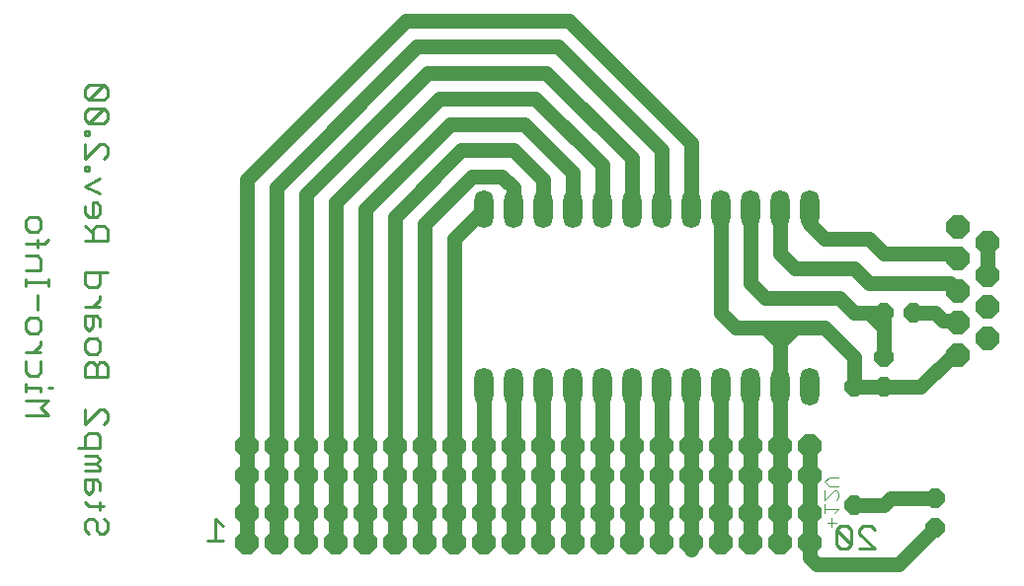
<source format=gbr>
G75*
G70*
%OFA0B0*%
%FSLAX24Y24*%
%IPPOS*%
%LPD*%
%AMOC8*
5,1,8,0,0,1.08239X$1,22.5*
%
%ADD10C,0.0040*%
%ADD11C,0.0100*%
%ADD12OC8,0.0640*%
%ADD13OC8,0.0800*%
%ADD14O,0.0640X0.1280*%
%ADD15C,0.0500*%
D10*
X029998Y004762D02*
X030305Y004762D01*
X030151Y004608D02*
X030151Y004915D01*
X030228Y005069D02*
X030382Y005222D01*
X029921Y005222D01*
X029921Y005069D02*
X029921Y005376D01*
X029921Y005529D02*
X030228Y005836D01*
X030305Y005836D01*
X030382Y005759D01*
X030382Y005606D01*
X030305Y005529D01*
X029921Y005529D02*
X029921Y005836D01*
X030075Y005989D02*
X029921Y006143D01*
X030075Y006296D01*
X030382Y006296D01*
X030382Y005989D02*
X030075Y005989D01*
D11*
X005078Y004388D02*
X004951Y004515D01*
X004951Y004769D01*
X005078Y004895D01*
X005205Y004895D01*
X005331Y004769D01*
X005331Y004515D01*
X005458Y004388D01*
X005585Y004388D01*
X005712Y004515D01*
X005712Y004769D01*
X005585Y004895D01*
X005458Y005180D02*
X005458Y005434D01*
X005585Y005307D02*
X005078Y005307D01*
X004951Y005434D01*
X005078Y005708D02*
X005205Y005835D01*
X005205Y006215D01*
X005331Y006215D02*
X004951Y006215D01*
X004951Y005835D01*
X005078Y005708D01*
X005458Y005835D02*
X005458Y006088D01*
X005331Y006215D01*
X005458Y006500D02*
X004951Y006500D01*
X004951Y006753D02*
X005331Y006753D01*
X005458Y006880D01*
X005331Y007007D01*
X004951Y007007D01*
X004951Y007292D02*
X004951Y007672D01*
X005078Y007799D01*
X005331Y007799D01*
X005458Y007672D01*
X005458Y007292D01*
X004698Y007292D01*
X005331Y006753D02*
X005458Y006627D01*
X005458Y006500D01*
X005585Y008084D02*
X005712Y008210D01*
X005712Y008464D01*
X005585Y008591D01*
X005458Y008591D01*
X004951Y008084D01*
X004951Y008591D01*
X003712Y008388D02*
X003458Y008642D01*
X003712Y008895D01*
X002951Y008895D01*
X002951Y009180D02*
X002951Y009434D01*
X002951Y009307D02*
X003458Y009307D01*
X003458Y009180D01*
X003712Y009307D02*
X003839Y009307D01*
X003331Y009708D02*
X003078Y009708D01*
X002951Y009835D01*
X002951Y010215D01*
X002951Y010500D02*
X003458Y010500D01*
X003205Y010500D02*
X003458Y010753D01*
X003458Y010880D01*
X003331Y011160D02*
X003078Y011160D01*
X002951Y011287D01*
X002951Y011540D01*
X003078Y011667D01*
X003331Y011667D01*
X003458Y011540D01*
X003458Y011287D01*
X003331Y011160D01*
X003331Y011952D02*
X003331Y012459D01*
X002951Y012743D02*
X002951Y012997D01*
X002951Y012870D02*
X003712Y012870D01*
X003712Y012743D02*
X003712Y012997D01*
X003458Y013271D02*
X002951Y013271D01*
X003458Y013271D02*
X003458Y013652D01*
X003331Y013778D01*
X002951Y013778D01*
X002951Y014190D02*
X003585Y014190D01*
X003712Y014317D01*
X003331Y014317D02*
X003331Y014063D01*
X003331Y014591D02*
X003078Y014591D01*
X002951Y014718D01*
X002951Y014971D01*
X003078Y015098D01*
X003331Y015098D01*
X003458Y014971D01*
X003458Y014718D01*
X003331Y014591D01*
X004951Y014794D02*
X005205Y014540D01*
X005205Y014667D02*
X005205Y014286D01*
X004951Y014286D02*
X005712Y014286D01*
X005712Y014667D01*
X005585Y014794D01*
X005331Y014794D01*
X005205Y014667D01*
X005205Y015078D02*
X005205Y015585D01*
X005331Y015585D01*
X005458Y015459D01*
X005458Y015205D01*
X005331Y015078D01*
X005078Y015078D01*
X004951Y015205D01*
X004951Y015459D01*
X005458Y015870D02*
X004951Y016124D01*
X005458Y016377D01*
X005078Y016662D02*
X004951Y016662D01*
X004951Y016789D01*
X005078Y016789D01*
X005078Y016662D01*
X004951Y017058D02*
X005458Y017565D01*
X005585Y017565D01*
X005712Y017438D01*
X005712Y017185D01*
X005585Y017058D01*
X004951Y017058D02*
X004951Y017565D01*
X004951Y017850D02*
X004951Y017976D01*
X005078Y017976D01*
X005078Y017850D01*
X004951Y017850D01*
X005078Y018246D02*
X004951Y018372D01*
X004951Y018626D01*
X005078Y018753D01*
X005585Y018753D01*
X005078Y018246D01*
X005585Y018246D01*
X005712Y018372D01*
X005712Y018626D01*
X005585Y018753D01*
X005585Y019037D02*
X005078Y019037D01*
X005585Y019545D01*
X005078Y019545D01*
X004951Y019418D01*
X004951Y019164D01*
X005078Y019037D01*
X005585Y019037D02*
X005712Y019164D01*
X005712Y019418D01*
X005585Y019545D01*
X005712Y013210D02*
X004951Y013210D01*
X004951Y012829D01*
X005078Y012703D01*
X005331Y012703D01*
X005458Y012829D01*
X005458Y013210D01*
X005458Y012423D02*
X005458Y012296D01*
X005205Y012043D01*
X005458Y012043D02*
X004951Y012043D01*
X004951Y011758D02*
X004951Y011378D01*
X005078Y011251D01*
X005205Y011378D01*
X005205Y011758D01*
X005331Y011758D02*
X004951Y011758D01*
X005331Y011758D02*
X005458Y011631D01*
X005458Y011378D01*
X005331Y010966D02*
X005458Y010839D01*
X005458Y010586D01*
X005331Y010459D01*
X005078Y010459D01*
X004951Y010586D01*
X004951Y010839D01*
X005078Y010966D01*
X005331Y010966D01*
X005205Y010174D02*
X005078Y010174D01*
X004951Y010048D01*
X004951Y009667D01*
X005712Y009667D01*
X005712Y010048D01*
X005585Y010174D01*
X005458Y010174D01*
X005331Y010048D01*
X005331Y009667D01*
X005331Y010048D02*
X005205Y010174D01*
X003458Y010215D02*
X003458Y009835D01*
X003331Y009708D01*
X002951Y008388D02*
X003712Y008388D01*
X009348Y004899D02*
X009348Y004138D01*
X009601Y004138D02*
X009094Y004138D01*
X009601Y004645D02*
X009348Y004899D01*
X030302Y004522D02*
X030302Y004015D01*
X030429Y003888D01*
X030683Y003888D01*
X030809Y004015D01*
X030302Y004522D01*
X030429Y004649D01*
X030683Y004649D01*
X030809Y004522D01*
X030809Y004015D01*
X031094Y003888D02*
X031601Y003888D01*
X031094Y004395D01*
X031094Y004522D01*
X031221Y004649D01*
X031474Y004649D01*
X031601Y004522D01*
D12*
X030901Y005338D03*
X033651Y005588D03*
X033651Y004588D03*
X031901Y009338D03*
X030901Y009338D03*
X031901Y010338D03*
X031901Y011838D03*
X032901Y011838D03*
D13*
X034401Y011508D03*
X035401Y010968D03*
X034401Y010428D03*
X035401Y012048D03*
X034401Y012588D03*
X035401Y013128D03*
X034401Y013668D03*
X035401Y014208D03*
X034401Y014748D03*
X029401Y007338D03*
X028401Y007338D03*
X027401Y007338D03*
X026401Y007338D03*
X025401Y007338D03*
X024401Y007338D03*
X023401Y007338D03*
X022401Y007338D03*
X021401Y007338D03*
X020401Y007338D03*
X019401Y007338D03*
X018401Y007338D03*
X017401Y007338D03*
X016401Y007338D03*
X015401Y007338D03*
X014401Y007338D03*
X013401Y007338D03*
X012401Y007338D03*
X011401Y007338D03*
X010401Y007338D03*
X010401Y006338D03*
X011401Y006338D03*
X012401Y006338D03*
X013401Y006338D03*
X014401Y006338D03*
X015401Y006338D03*
X016401Y006338D03*
X017401Y006338D03*
X018401Y006338D03*
X019401Y006338D03*
X020401Y006338D03*
X021401Y006338D03*
X022401Y006338D03*
X023401Y006338D03*
X024401Y006338D03*
X025401Y006338D03*
X026401Y006338D03*
X027401Y006338D03*
X028401Y006338D03*
X029401Y006338D03*
X029401Y005088D03*
X028401Y005088D03*
X027401Y005088D03*
X026401Y005088D03*
X025401Y005088D03*
X024401Y005088D03*
X023401Y005088D03*
X022401Y005088D03*
X021401Y005088D03*
X020401Y005088D03*
X019401Y005088D03*
X018401Y005088D03*
X017401Y005088D03*
X016401Y005088D03*
X015401Y005088D03*
X014401Y005088D03*
X013401Y005088D03*
X012401Y005088D03*
X011401Y005088D03*
X010401Y005088D03*
X010401Y004088D03*
X011401Y004088D03*
X012401Y004088D03*
X013401Y004088D03*
X014401Y004088D03*
X015401Y004088D03*
X016401Y004088D03*
X017401Y004088D03*
X018401Y004088D03*
X019401Y004088D03*
X020401Y004088D03*
X021401Y004088D03*
X022401Y004088D03*
X023401Y004088D03*
X024401Y004088D03*
X025401Y004088D03*
X026401Y004088D03*
X027401Y004088D03*
X028401Y004088D03*
X029401Y004088D03*
D14*
X029401Y009338D03*
X028401Y009338D03*
X027401Y009338D03*
X026401Y009338D03*
X025401Y009338D03*
X024401Y009338D03*
X023401Y009338D03*
X022401Y009338D03*
X021401Y009338D03*
X020401Y009338D03*
X019401Y009338D03*
X018401Y009338D03*
X018401Y015338D03*
X019401Y015338D03*
X020401Y015338D03*
X021401Y015338D03*
X022401Y015338D03*
X023401Y015338D03*
X024401Y015338D03*
X025401Y015338D03*
X026401Y015338D03*
X027401Y015338D03*
X028401Y015338D03*
X029401Y015338D03*
D15*
X029401Y014838D01*
X029901Y014338D01*
X031401Y014338D01*
X031901Y013838D01*
X034401Y013838D01*
X034401Y013668D01*
X035401Y013128D02*
X035401Y014208D01*
X034151Y012838D02*
X034401Y012588D01*
X034151Y012838D02*
X031401Y012838D01*
X030901Y013338D01*
X028901Y013338D01*
X028401Y013838D01*
X028401Y015338D01*
X027401Y015338D02*
X027401Y012838D01*
X027901Y012338D01*
X030401Y012338D01*
X030901Y011838D01*
X031401Y011838D01*
X031901Y011338D01*
X031901Y010338D01*
X030901Y010338D02*
X029901Y011338D01*
X028901Y011338D01*
X028401Y010838D01*
X027901Y011338D01*
X026901Y011338D01*
X026401Y011838D01*
X026401Y015338D01*
X025401Y015338D02*
X025401Y017588D01*
X021276Y021713D01*
X015776Y021713D01*
X010401Y016338D01*
X010401Y007338D01*
X010401Y006338D01*
X010401Y005088D01*
X010401Y004088D01*
X011401Y004088D02*
X011401Y005088D01*
X011401Y004088D01*
X012401Y004088D02*
X012401Y005088D01*
X012401Y006338D01*
X012401Y007338D01*
X012401Y015838D01*
X016526Y019963D01*
X020526Y019963D01*
X023401Y017088D01*
X023401Y015338D01*
X022401Y015338D02*
X022401Y016838D01*
X020151Y019088D01*
X016901Y019088D01*
X013401Y015588D01*
X013401Y007338D01*
X013401Y006338D01*
X013401Y005088D01*
X013401Y004088D01*
X014401Y004088D02*
X014401Y005088D01*
X014401Y006338D01*
X014401Y007338D01*
X014401Y015338D01*
X017276Y018213D01*
X019776Y018213D01*
X021401Y016588D01*
X021401Y015338D01*
X021401Y015213D01*
X020401Y015338D02*
X020401Y016338D01*
X019401Y017338D01*
X017651Y017338D01*
X015401Y015088D01*
X015401Y007338D01*
X015401Y006338D01*
X015401Y005088D01*
X015401Y004088D01*
X016401Y004088D02*
X016401Y005088D01*
X016401Y006338D01*
X016401Y007338D01*
X016401Y014838D01*
X018026Y016463D01*
X019026Y016463D01*
X019401Y016088D01*
X019401Y015338D01*
X018401Y015338D02*
X017401Y014338D01*
X017401Y007338D01*
X017401Y006338D01*
X017401Y005088D01*
X017401Y004088D01*
X018401Y004088D02*
X018401Y005088D01*
X018401Y006338D01*
X018401Y007338D01*
X018401Y009338D01*
X019401Y009338D02*
X019401Y007338D01*
X019401Y006338D01*
X019401Y005088D01*
X019401Y004088D01*
X020401Y004088D02*
X020401Y005088D01*
X020401Y006338D01*
X020401Y007338D01*
X020401Y009338D01*
X021401Y009338D02*
X021401Y007338D01*
X021401Y006338D01*
X021401Y005088D01*
X021401Y004088D01*
X022401Y004088D02*
X022401Y005088D01*
X022401Y006338D01*
X022401Y007338D01*
X022401Y009338D01*
X023401Y009338D02*
X023401Y007338D01*
X023401Y006338D01*
X023401Y005088D01*
X023401Y004088D01*
X024401Y004088D02*
X024401Y005088D01*
X024401Y004088D01*
X025401Y004088D02*
X025401Y003838D01*
X025401Y004088D02*
X025401Y005088D01*
X025401Y006338D01*
X025401Y007338D01*
X025401Y009338D01*
X026401Y009338D02*
X026401Y007338D01*
X026401Y006338D01*
X026401Y005088D01*
X026401Y004088D01*
X027401Y004088D02*
X027401Y005088D01*
X027401Y006338D01*
X027401Y007338D01*
X027401Y009338D01*
X028401Y009338D02*
X028401Y010838D01*
X028401Y011338D01*
X027901Y011338D01*
X028401Y011338D02*
X028901Y011338D01*
X030901Y010338D02*
X030901Y009338D01*
X031901Y009338D01*
X033151Y009338D01*
X034241Y010428D01*
X034401Y010428D01*
X034401Y011508D02*
X034321Y011588D01*
X033901Y011588D01*
X033651Y011838D01*
X032901Y011838D01*
X031901Y011838D02*
X031901Y011338D01*
X031901Y011838D02*
X031401Y011838D01*
X028401Y009338D02*
X028401Y007338D01*
X028401Y006338D01*
X028401Y005088D01*
X028401Y004088D01*
X029401Y004088D02*
X029401Y003588D01*
X029651Y003338D01*
X032401Y003338D01*
X033651Y004588D01*
X032151Y005588D02*
X031901Y005338D01*
X030901Y005338D01*
X032151Y005588D02*
X033651Y005588D01*
X029401Y005088D02*
X029401Y004088D01*
X029401Y005088D02*
X029401Y006338D01*
X029401Y007338D01*
X024401Y007338D02*
X024401Y006338D01*
X024401Y005088D01*
X024401Y004838D01*
X024401Y007338D02*
X024401Y009338D01*
X024401Y015338D02*
X024401Y017338D01*
X020901Y020838D01*
X016151Y020838D01*
X011401Y016088D01*
X011401Y007338D01*
X011401Y006338D01*
X011401Y005088D01*
M02*

</source>
